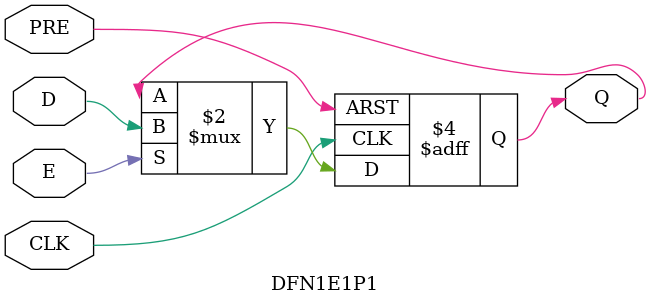
<source format=v>
`timescale 1 ns / 100 ps
module GND
  (
   output Y
   );
   assign Y = 1'b0;
endmodule // GND
`timescale 1 ns / 100 ps
module VCC
  (
   output Y
   );
   assign Y = 1'b1;
endmodule // VCC
`timescale 1 ns / 100 ps
module CLKDLY
  (
   output GL,
   input CLK, DLYGL0, DLYGL1, DLYGL2,DLYGL3,DLYGL4
   );
   assign GL = ({DLYGL0,DLYGL1,DLYGL2,DLYGL3,DLYGL4}==5'b00000) ? CLK : 1'b0;
endmodule // CLKDLY

`timescale 1 ns / 100 ps
module AND2 
  (
   input  A,B,
   output Y
   );

   assign #1 Y = A & B;

endmodule // AND2
`timescale 1 ns / 100 ps
module AND2A 
  (
   input  A,B,
   output Y
   );

   assign #1 Y = !A & B;

endmodule // AND2A
`timescale 1 ns / 100 ps
module AND2B 
  (
   input  A,B,
   output Y
   );

   assign #1 Y = !A & !B;

endmodule // AND2B
`timescale 1 ns / 100 ps
module AND3
  (
   input  A,B,C,
   output Y
   );

   assign #1 Y = A & B & C;

endmodule // AND3
`timescale 1 ns / 100 ps
module AND3A 
  (
   input  A,B,C,
   output Y
   );

   assign #1 Y = !A & B & C;

endmodule // AND3A
`timescale 1 ns / 100 ps
`timescale 1 ns / 100 ps
module AND3B 
  (
   input  A,B,C,
   output Y
   );

   assign #1 Y = !A & !B & C;

endmodule // AND3B
`timescale 1 ns / 100 ps
module AND3C
  (
   input  A,B,C,
   output Y
   );

   assign #1 Y = !A & !B & !C;

endmodule // AND3C
`timescale 1 ns / 100 ps
module NAND2 
  (
   input  A,B,
   output Y
   );

   assign #1 Y = !(A & B);

endmodule // NAND2
`timescale 1 ns / 100 ps
module NAND2A
  (
   input  A,B,
   output Y
   );

   assign #1 Y = !(!A & B);

endmodule // NAND2A
`timescale 1 ns / 100 ps
module NAND2B
  (
   input  A,B,
   output Y
   );

   assign #1 Y = !(!A & !B);

endmodule // NAND2B
`timescale 1 ns / 100 ps
module NAND3 
  (
   input  A,B,C,
   output Y
   );

   assign #1 Y = !(A & B & C);

endmodule // NAND3
`timescale 1 ns / 100 ps
module NAND3A
  (
   input  A,B,C,
   output Y
   );

   assign #1 Y = !(!A & B & C);

endmodule // NAND3A
`timescale 1 ns / 100 ps
module NAND3B
  (
   input  A,B,C,
   output Y
   );

   assign #1 Y = !(!A & !B & C);

endmodule // NAND3B
`timescale 1 ns / 100 ps
module NAND3C
  (
   input  A,B,C,
   output Y
   );

   assign #1 Y = !(!A & !B & !C);

endmodule // NAND3C
`timescale 1 ns / 100 ps
module OR2 
  (
   input  A,B,
   output Y
   );

   assign #1 Y = A | B;

endmodule // OR2
`timescale 1 ns / 100 ps
module OR2A 
  (
   input  A,B,
   output Y
   );

   assign #1 Y = !A | B;

endmodule // OR2A
`timescale 1 ns / 100 ps
module OR2B 
  (
   input  A,B,
   output Y
   );

   assign #1 Y = !A | !B;

endmodule // OR2B
`timescale 1 ns / 100 ps
module OR3 
  (
   input  A,B,C,
   output Y
   );

   assign #1 Y = A | B | C;

endmodule // OR3
`timescale 1 ns / 100 ps
module OR3A 
  (
   input  A,B,C,
   output Y
   );

   assign #1 Y = !A | B | C;

endmodule // OR3A
`timescale 1 ns / 100 ps
module OR3B 
  (
   input  A,B,C,
   output Y
   );

   assign #1 Y = !A | !B | C;

endmodule // OR3B
`timescale 1 ns / 100 ps
module OR3C 
  (
   input  A,B,C,
   output Y
   );

   assign #1 Y = !A | !B | !C;

endmodule // OR3C
`timescale 1 ns / 100 ps
module NOR2 
  (
   input  A,B,
   output Y
   );

   assign #1 Y = !(A | B);

endmodule // NOR2
`timescale 1 ns / 100 ps
module NOR2A 
  (
   input  A,B,
   output Y
   );

   assign #1 Y = !(!A | B);

endmodule // NOR2A
module NOR2B 
  (
   input  A,B,
   output Y
   );

   assign #1 Y = !(!A | !B);

endmodule // NOR2B
`timescale 1 ns / 100 ps
module NOR3 
  (
   input  A,B,C,
   output Y
   );

   assign #1 Y = !(A | B | C);

endmodule // NOR2
`timescale 1 ns / 100 ps
module NOR3A 
  (
   input  A,B,C,
   output Y
   );

   assign #1 Y = !(!A | B | C);

endmodule // NOR3A
`timescale 1 ns / 100 ps
module NOR3B 
  (
   input  A,B,C,
   output Y
   );

   assign #1 Y = !(!A | !B | C);

endmodule // NOR3B
`timescale 1 ns / 100 ps
module NOR3C 
  (
   input  A,B,C,
   output Y
   );

   assign #1 Y = !(!A | !B | !C);

endmodule // NOR3C
`timescale 1 ns / 100 ps
module XOR2 
  (
   input  A,B,
   output Y
   );

   assign #1 Y = A ^ B;

endmodule // XOR2
`timescale 1 ns / 100 ps
module XOR2A 
  (
   input  A,B,
   output Y
   );

   assign #1 Y = !A ^ B;

endmodule // XOR2A
`timescale 1 ns / 100 ps
module XOR2B 
  (
   input  A,B,
   output Y
   );

   assign #1 Y = !A ^ !B;

endmodule // XOR2B
`timescale 1 ns / 100 ps
module XOR3 
  (
   input  A,B,C,
   output Y
   );

   assign #1 Y = A ^ B ^ C;

endmodule // XOR3
`timescale 1 ns / 100 ps
module XOR3A 
  (
   input  A,B,C,
   output Y
   );

   assign #1 Y = !A ^ B ^ C;

endmodule // XOR3A
module XOR3B 
  (
   input  A,B,C,
   output Y
   );

   assign #1 Y = !A ^ !B ^ C;

endmodule // XOR3B
`timescale 1 ns / 100 ps
module XOR3C 
  (
   input  A,B,C,
   output Y
   );

   assign #1 Y = !A ^ !B ^ !C;

endmodule // XOR3C
`timescale 1 ns / 100 ps
module XNOR2 
  (
   input  A,B,
   output Y
   );

   assign #1 Y = !(A ^ B);

endmodule // XNOR2
`timescale 1 ns / 100 ps
module XNOR2A 
  (
   input  A,B,
   output Y
   );

   assign #1 Y = !(!A ^ B);

endmodule // XNOR2A
`timescale 1 ns / 100 ps
module XNOR2B 
  (
   input  A,B,
   output Y
   );

   assign #1 Y = !(!A ^ !B);

endmodule // XNOR2B
`timescale 1 ns / 100 ps
module XNOR3 
  (
   input  A,B,C,
   output Y
   );

   assign #1 Y = !(A ^ B ^ C);

endmodule // XNOR3
`timescale 1 ns / 100 ps
module XNOR3A 
  (
   input  A,B,C,
   output Y
   );

   assign #1 Y = !(!A ^ B ^ C);

endmodule // XNOR3A
`timescale 1 ns / 100 ps
module XNOR3B 
  (
   input  A,B,C,
   output Y
   );

   assign #1 Y = !(!A ^ !B ^ C);

endmodule // XNOR3B
`timescale 1 ns / 100 ps
module XNOR3C 
  (
   input  A,B,C,
   output Y
   );

   assign #1 Y = !(!A ^ !B ^ !C);

endmodule // XNOR3C
`timescale 1 ns / 100 ps
module MX2
  (
   input A,B,S,
   output Y
   );
   assign #1 Y = !S ? A : B;
endmodule // MX2
module MX2A
  (
   input A,B,S,
   output Y
   );
   assign #1 Y = !S ? !A : B;
endmodule // MX2A
`timescale 1 ns / 100 ps
module MX2B
  (
   input A,B,S,
   output Y
   );
   assign #1 Y = !S ? A : !B;
endmodule // MX2B
`timescale 1 ns / 100 ps
module MX2C
  (
   input A,B,S,
   output Y
   );
   assign #1 Y = !S ? !A : !B;
endmodule // MX2C
`timescale 1 ns / 100 ps
module AO1
  (
   input A,B,C,
   output Y
   );
   assign #1 Y = (A & B) | C;
endmodule // AO1
`timescale 1 ns / 100 ps
module AO1A
  (
   input A,B,C,
   output Y
   );
   assign #1 Y = (!A & B) | C;
endmodule // AO1A
`timescale 1 ns / 100 ps
module AO1B
  (
   input A,B,C,
   output Y
   );
   assign #1 Y = (A & B) | !C;
endmodule // AO1B
`timescale 1 ns / 100 ps
module AO1C
  (
   input A,B,C,
   output Y
   );
   assign #1 Y = (!A & B) | !C;
endmodule // AO1C
`timescale 1 ns / 100 ps
module AO1D
  (
   input A,B,C,
   output Y
   );
   assign #1 Y = (!A & !B) | C;
endmodule // AO1D
`timescale 1 ns / 100 ps
module AO1E
  (
   input A,B,C,
   output Y
   );
   assign #1 Y = (!A & !B) | !C;
endmodule // AO1E
`timescale 1 ns / 100 ps
module AOI1
  (
   input A,B,C,
   output Y
   );
   assign #1 Y = !((A & B) | C);
endmodule // AOI1
`timescale 1 ns / 100 ps
module AOI1A
  (
   input A,B,C,
   output Y
   );
   assign #1 Y = !((!A & B) | C);
endmodule // AOI1A
`timescale 1 ns / 100 ps
module AOI1B
  (
   input A,B,C,
   output Y
   );
   assign #1 Y = !((A & B) | !C);
endmodule // AOI1B
`timescale 1 ns / 100 ps
module AOI1C
  (
   input A,B,C,
   output Y
   );
   assign #1 Y = !((!A & B) | !C);
endmodule // AOI1C
module AOI1D
  (
   input A,B,C,
   output Y
   );
   assign #1 Y = !((!A & !B) | C);
endmodule // AOI1D
`timescale 1 ns / 100 ps
module AOI1E
  (
   input A,B,C,
   output Y
   );
   assign #1 Y = !((!A & !B) | !C);
endmodule // AOI1E
`timescale 1 ns / 100 ps
module AX1
  (
   input A,B,C,
   output Y
   );
   assign #1 Y = (!A & B) ^ C;
endmodule // AX1
`timescale 1 ns / 100 ps
module AX1A
  (
   input A,B,C,
   output Y
   );
   assign #1 Y = !((!A & B) ^ C);
endmodule // AX1A
module AX1B
  (
   input A,B,C,
   output Y
   );
   assign #1 Y = (!A & !B) ^ C;
endmodule // AX1B
`timescale 1 ns / 100 ps
module AX1C
  (
   input A,B,C,
   output Y
   );
   assign #1 Y = (A & B) ^ C;
endmodule // AX1C
`timescale 1 ns / 100 ps
module AX1D
  (
   input A,B,C,
   output Y
   );
   assign #1 Y = !((!A & !B) ^ C);
endmodule // AX1D
`timescale 1 ns / 100 ps
module AX1E
  (
   input A,B,C,
   output Y
   );
   assign #1 Y = !((A & B) ^ C);
endmodule // AX1E
`timescale 1 ns / 100 ps
module OA1
  (
   input A,B,C,
   output Y
   );
  assign #1 Y = (A | B) & C;
endmodule // OA1
`timescale 1 ns / 100 ps
module OA1A
  (
   input A,B,C,
   output Y
   );
  assign #1 Y = (!A | B) & C;
endmodule // OA1A
`timescale 1 ns / 100 ps
module OA1B
  (
   input A,B,C,
   output Y
   );
  assign #1 Y = (A | B) & !C;
endmodule // OA1B
`timescale 1 ns / 100 ps
module OA1C
  (
   input A,B,C,
   output Y
   );
  assign #1 Y = (!A | B) & !C;
endmodule // OA1C
`timescale 1 ns / 100 ps
module CLKINT
  (
   input A,
   output Y
   );
   assign #1 Y = A;
endmodule // CLKINT
`timescale 1 ns / 100 ps
module OAI1
  (
   input A,B,C,
   output Y
   );
  assign #1 Y = !((A | B) & C);
endmodule // OAI1
`timescale 1 ns / 100 ps
module XA1B
  (
   input A,B,C,
   output Y
   );
   assign #1 Y = (A ^ B) & !C;
endmodule // XA1B
`timescale 1 ns / 100 ps
module XAI1
  (
   input A,B,C,
   output Y
   );
   assign #1 Y = !((A ^ B) & C);
endmodule // XAI1
/////////////////////////////////////////////////////////////////////////////////
// DFF
`timescale 1 ns / 100 ps
module DFN1C0
  (
   output reg Q,
   input D,CLR,CLK
   );
   always @ (posedge CLK or negedge CLR)
     if (!CLR)
       Q <= #1 1'b0;
     else
       Q <= #1 D;
endmodule // DFN1C0
`timescale 1 ns / 100 ps
module DFN1C1
  (
   output reg Q,
   input D,CLR,CLK
   );
   always @ (posedge CLK or posedge CLR)
     if (CLR)
       Q <= #1 1'b0;
     else
       Q <= #1 D;
endmodule // DFN1C1
`timescale 1 ns / 100 ps
module DFN1P0
  (
   output reg Q,
   input D,PRE,CLK
   );
   always @ (posedge CLK or negedge PRE)
     if (!PRE)
       Q <= #1 1'b1;
     else
       Q <= #1 D;
endmodule // DFN1P1
`timescale 1 ns / 100 ps
module DFN1P1
  (
   output reg Q,
   input D,PRE,CLK
   );
   always @ (posedge CLK or posedge PRE)
     if (PRE)
       Q <= #1 1'b1;
     else
       Q <= #1 D;
endmodule // DFN1P1
`timescale 1 ns / 100 ps
module DFN1E0C1
  (
   output reg Q,
   input D,E,CLR,CLK
   );
   always @ (posedge CLK or posedge CLR)
     if (CLR)
       Q <= #1 1'b0;
     else if (!E)
       Q <= #1 D;
endmodule // DFN1E0C1
`timescale 1 ns / 100 ps
module DFN1E1C1
  (
   output reg Q,
   input D,E,CLR,CLK
   );
   always @ (posedge CLK or posedge CLR)
     if (CLR)
       Q <= #1 1'b0;
     else if (E)
       Q <= #1 D;
endmodule // DFN1E0C1
`timescale 1 ns / 100 ps
module DFN1E0P1
  (
   output reg Q,
   input D,E,PRE,CLK
   );
   always @ (posedge CLK or posedge PRE)
     if (PRE)
       Q <= #1 1'b1;
     else if (!E)
       Q <= #1 D;
endmodule // DFN1E0P1
`timescale 1 ns / 100 ps
module DFN1E1P1
  (
   output reg Q,
   input D,E,PRE,CLK
   );
   always @ (posedge CLK or posedge PRE)
     if (PRE)
       Q <= #1 1'b1;
     else if (E)
       Q <= #1 D;
endmodule // DFN1E1P1

</source>
